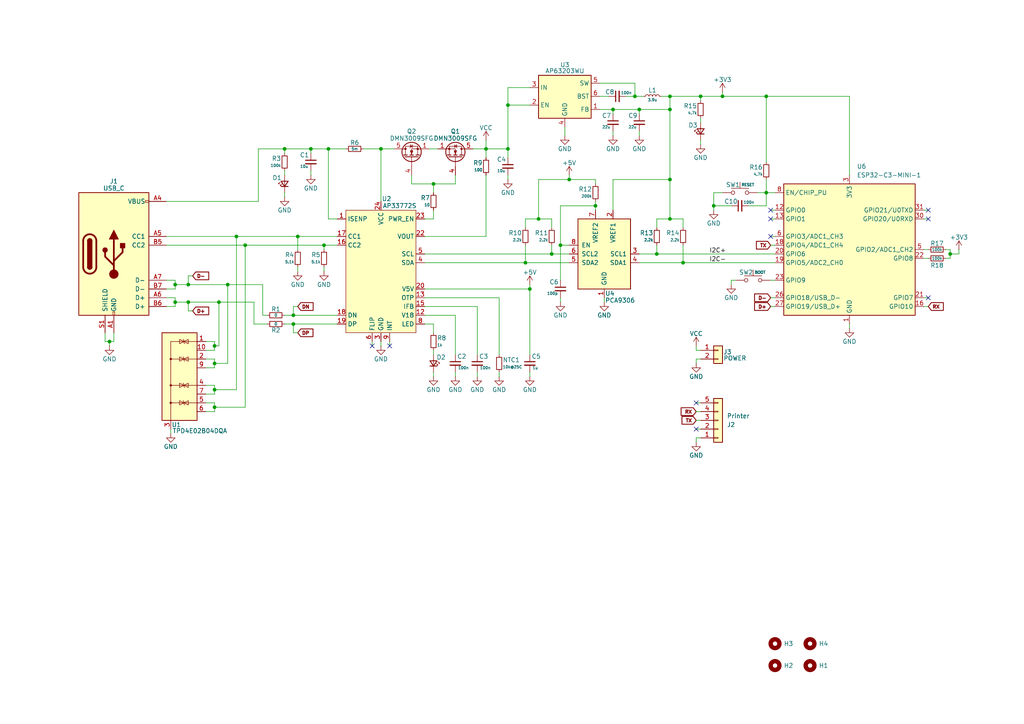
<source format=kicad_sch>
(kicad_sch (version 20250114) (generator "eeschema") (generator_version "9.0")
  (paper "A4")
  (title_block (title "PaperFlow"))
  (junction (at 153.67 83.82))
  (junction (at 275.59 73.66))
  (junction (at 68.58 68.58))
  (junction (at 71.12 71.12))
  (junction (at 177.8 31.75))
  (junction (at 160.02 73.66))
  (junction (at 86.36 68.58))
  (junction (at 222.25 27.94))
  (junction (at 50.8 82.55))
  (junction (at 66.04 82.55))
  (junction (at 63.5 87.63))
  (junction (at 184.15 27.94))
  (junction (at 140.97 43.18))
  (junction (at 190.5 73.66))
  (junction (at 31.75 99.06))
  (junction (at 152.4 76.2))
  (junction (at 165.1 52.07))
  (junction (at 222.25 55.88))
  (junction (at 194.31 31.75))
  (junction (at 50.8 87.63))
  (junction (at 62.23 100.33))
  (junction (at 82.55 43.18))
  (junction (at 95.25 43.18))
  (junction (at 110.49 43.18))
  (junction (at 203.2 27.94))
  (junction (at 147.32 43.18))
  (junction (at 125.73 53.34))
  (junction (at 62.23 118.11))
  (junction (at 194.31 52.07))
  (junction (at 209.55 27.94))
  (junction (at 207.01 59.69))
  (junction (at 93.98 71.12))
  (junction (at 156.21 63.5))
  (junction (at 85.09 93.98))
  (junction (at 54.61 87.63))
  (junction (at 172.72 59.69))
  (junction (at 162.56 71.12))
  (junction (at 62.23 105.41))
  (junction (at 185.42 31.75))
  (junction (at 85.09 91.44))
  (junction (at 54.61 82.55))
  (junction (at 62.23 113.03))
  (junction (at 90.17 43.18))
  (junction (at 194.31 63.5))
  (junction (at 198.12 76.2))
  (junction (at 147.32 30.48))
  (junction (at 194.31 27.94))
  (no_connect (at 201.93 116.84))
  (no_connect (at 269.24 63.5))
  (no_connect (at 201.93 124.46))
  (no_connect (at 113.03 100.33))
  (no_connect (at 269.24 86.36))
  (no_connect (at 269.24 60.96))
  (no_connect (at 223.52 68.58))
  (no_connect (at 223.52 63.5))
  (no_connect (at 223.52 60.96))
  (no_connect (at 107.95 100.33))
  (wire (pts (xy 107.95 99.06) (xy 107.95 100.33)))
  (wire (pts (xy 85.09 93.98) (xy 97.79 93.98)))
  (wire (pts (xy 177.8 31.75) (xy 177.8 33.02)))
  (wire (pts (xy 246.38 93.98) (xy 246.38 95.25)))
  (wire (pts (xy 90.17 43.18) (xy 90.17 44.45)))
  (wire (pts (xy 198.12 71.12) (xy 198.12 76.2)))
  (wire (pts (xy 124.46 43.18) (xy 127 43.18)))
  (wire (pts (xy 162.56 71.12) (xy 162.56 81.28)))
  (wire (pts (xy 110.49 43.18) (xy 110.49 58.42)))
  (wire (pts (xy 123.19 73.66) (xy 160.02 73.66)))
  (wire (pts (xy 222.25 27.94) (xy 222.25 46.99)))
  (wire (pts (xy 147.32 43.18) (xy 147.32 45.72)))
  (wire (pts (xy 156.21 52.07) (xy 156.21 63.5)))
  (wire (pts (xy 48.26 71.12) (xy 71.12 71.12)))
  (wire (pts (xy 177.8 38.1) (xy 177.8 39.37)))
  (wire (pts (xy 172.72 58.42) (xy 172.72 59.69)))
  (wire (pts (xy 62.23 106.68) (xy 62.23 105.41)))
  (wire (pts (xy 278.13 73.66) (xy 278.13 72.39)))
  (wire (pts (xy 66.04 82.55) (xy 76.2 82.55)))
  (wire (pts (xy 62.23 105.41) (xy 66.04 105.41)))
  (wire (pts (xy 152.4 63.5) (xy 156.21 63.5)))
  (wire (pts (xy 198.12 66.04) (xy 198.12 63.5)))
  (wire (pts (xy 207.01 59.69) (xy 207.01 60.96)))
  (wire (pts (xy 185.42 73.66) (xy 190.5 73.66)))
  (wire (pts (xy 50.8 87.63) (xy 54.61 87.63)))
  (wire (pts (xy 201.93 104.14) (xy 201.93 105.41)))
  (wire (pts (xy 86.36 88.9) (xy 85.09 88.9)))
  (wire (pts (xy 125.73 93.98) (xy 125.73 96.52)))
  (wire (pts (xy 140.97 43.18) (xy 140.97 45.72)))
  (wire (pts (xy 63.5 87.63) (xy 73.66 87.63)))
  (wire (pts (xy 275.59 73.66) (xy 275.59 72.39)))
  (wire (pts (xy 30.48 96.52) (xy 30.48 99.06)))
  (wire (pts (xy 62.23 119.38) (xy 62.23 118.11)))
  (wire (pts (xy 140.97 43.18) (xy 147.32 43.18)))
  (wire (pts (xy 30.48 99.06) (xy 31.75 99.06)))
  (wire (pts (xy 50.8 88.9) (xy 48.26 88.9)))
  (wire (pts (xy 85.09 93.98) (xy 85.09 96.52)))
  (wire (pts (xy 147.32 50.8) (xy 147.32 52.07)))
  (wire (pts (xy 185.42 31.75) (xy 185.42 33.02)))
  (wire (pts (xy 59.69 99.06) (xy 62.23 99.06)))
  (wire (pts (xy 132.08 102.87) (xy 132.08 91.44)))
  (wire (pts (xy 184.15 24.13) (xy 184.15 27.94)))
  (wire (pts (xy 77.47 91.44) (xy 76.2 91.44)))
  (wire (pts (xy 68.58 68.58) (xy 86.36 68.58)))
  (wire (pts (xy 203.2 34.29) (xy 203.2 35.56)))
  (wire (pts (xy 160.02 63.5) (xy 160.02 66.04)))
  (wire (pts (xy 123.19 88.9) (xy 138.43 88.9)))
  (wire (pts (xy 119.38 50.8) (xy 119.38 53.34)))
  (wire (pts (xy 125.73 53.34) (xy 125.73 55.88)))
  (wire (pts (xy 59.69 116.84) (xy 62.23 116.84)))
  (wire (pts (xy 172.72 52.07) (xy 172.72 53.34)))
  (wire (pts (xy 93.98 77.47) (xy 93.98 78.74)))
  (wire (pts (xy 95.25 43.18) (xy 95.25 63.5)))
  (wire (pts (xy 156.21 63.5) (xy 160.02 63.5)))
  (wire (pts (xy 153.67 102.87) (xy 153.67 83.82)))
  (wire (pts (xy 62.23 100.33) (xy 63.5 100.33)))
  (wire (pts (xy 162.56 86.36) (xy 162.56 87.63)))
  (wire (pts (xy 198.12 76.2) (xy 224.79 76.2)))
  (wire (pts (xy 201.93 119.38) (xy 203.2 119.38)))
  (wire (pts (xy 123.19 93.98) (xy 125.73 93.98)))
  (wire (pts (xy 223.52 68.58) (xy 224.79 68.58)))
  (wire (pts (xy 55.88 90.17) (xy 54.61 90.17)))
  (wire (pts (xy 223.52 86.36) (xy 224.79 86.36)))
  (wire (pts (xy 119.38 53.34) (xy 125.73 53.34)))
  (wire (pts (xy 137.16 43.18) (xy 140.97 43.18)))
  (wire (pts (xy 85.09 96.52) (xy 86.36 96.52)))
  (wire (pts (xy 59.69 104.14) (xy 62.23 104.14)))
  (wire (pts (xy 132.08 53.34) (xy 132.08 50.8)))
  (wire (pts (xy 222.25 59.69) (xy 222.25 55.88)))
  (wire (pts (xy 165.1 50.8) (xy 165.1 52.07)))
  (wire (pts (xy 223.52 71.12) (xy 224.79 71.12)))
  (wire (pts (xy 153.67 82.55) (xy 153.67 83.82)))
  (wire (pts (xy 152.4 71.12) (xy 152.4 76.2)))
  (wire (pts (xy 86.36 68.58) (xy 97.79 68.58)))
  (wire (pts (xy 125.73 63.5) (xy 123.19 63.5)))
  (wire (pts (xy 156.21 52.07) (xy 165.1 52.07)))
  (wire (pts (xy 50.8 82.55) (xy 50.8 83.82)))
  (wire (pts (xy 62.23 118.11) (xy 71.12 118.11)))
  (wire (pts (xy 203.2 27.94) (xy 203.2 29.21)))
  (wire (pts (xy 152.4 76.2) (xy 165.1 76.2)))
  (wire (pts (xy 49.53 124.46) (xy 49.53 125.73)))
  (wire (pts (xy 110.49 99.06) (xy 110.49 100.33)))
  (wire (pts (xy 59.69 101.6) (xy 62.23 101.6)))
  (wire (pts (xy 144.78 86.36) (xy 144.78 102.87)))
  (wire (pts (xy 219.71 55.88) (xy 222.25 55.88)))
  (wire (pts (xy 86.36 77.47) (xy 86.36 78.74)))
  (wire (pts (xy 76.2 91.44) (xy 76.2 82.55)))
  (wire (pts (xy 198.12 63.5) (xy 194.31 63.5)))
  (wire (pts (xy 125.73 60.96) (xy 125.73 63.5)))
  (wire (pts (xy 132.08 107.95) (xy 132.08 109.22)))
  (wire (pts (xy 48.26 81.28) (xy 50.8 81.28)))
  (wire (pts (xy 54.61 87.63) (xy 63.5 87.63)))
  (wire (pts (xy 138.43 88.9) (xy 138.43 102.87)))
  (wire (pts (xy 82.55 49.53) (xy 82.55 50.8)))
  (wire (pts (xy 82.55 43.18) (xy 82.55 44.45)))
  (wire (pts (xy 82.55 43.18) (xy 90.17 43.18)))
  (wire (pts (xy 223.52 63.5) (xy 224.79 63.5)))
  (wire (pts (xy 212.09 81.28) (xy 212.09 82.55)))
  (wire (pts (xy 86.36 68.58) (xy 86.36 72.39)))
  (wire (pts (xy 63.5 100.33) (xy 63.5 87.63)))
  (wire (pts (xy 177.8 31.75) (xy 185.42 31.75)))
  (wire (pts (xy 123.19 86.36) (xy 144.78 86.36)))
  (wire (pts (xy 194.31 27.94) (xy 194.31 31.75)))
  (wire (pts (xy 217.17 59.69) (xy 222.25 59.69)))
  (wire (pts (xy 194.31 63.5) (xy 190.5 63.5)))
  (wire (pts (xy 125.73 53.34) (xy 132.08 53.34)))
  (wire (pts (xy 123.19 76.2) (xy 152.4 76.2)))
  (wire (pts (xy 194.31 27.94) (xy 203.2 27.94)))
  (wire (pts (xy 194.31 31.75) (xy 194.31 52.07)))
  (wire (pts (xy 223.52 60.96) (xy 224.79 60.96)))
  (wire (pts (xy 207.01 55.88) (xy 209.55 55.88)))
  (wire (pts (xy 73.66 87.63) (xy 73.66 93.98)))
  (wire (pts (xy 33.02 96.52) (xy 33.02 99.06)))
  (wire (pts (xy 59.69 106.68) (xy 62.23 106.68)))
  (wire (pts (xy 201.93 116.84) (xy 203.2 116.84)))
  (wire (pts (xy 74.93 43.18) (xy 82.55 43.18)))
  (wire (pts (xy 62.23 100.33) (xy 62.23 99.06)))
  (wire (pts (xy 267.97 72.39) (xy 269.24 72.39)))
  (wire (pts (xy 175.26 86.36) (xy 175.26 87.63)))
  (wire (pts (xy 203.2 40.64) (xy 203.2 41.91)))
  (wire (pts (xy 62.23 113.03) (xy 62.23 111.76)))
  (wire (pts (xy 173.99 24.13) (xy 184.15 24.13)))
  (wire (pts (xy 50.8 82.55) (xy 54.61 82.55)))
  (wire (pts (xy 165.1 52.07) (xy 172.72 52.07)))
  (wire (pts (xy 90.17 49.53) (xy 90.17 50.8)))
  (wire (pts (xy 123.19 68.58) (xy 140.97 68.58)))
  (wire (pts (xy 62.23 118.11) (xy 62.23 116.84)))
  (wire (pts (xy 74.93 43.18) (xy 74.93 58.42)))
  (wire (pts (xy 144.78 107.95) (xy 144.78 109.22)))
  (wire (pts (xy 201.93 121.92) (xy 203.2 121.92)))
  (wire (pts (xy 185.42 31.75) (xy 194.31 31.75)))
  (wire (pts (xy 113.03 99.06) (xy 113.03 100.33)))
  (wire (pts (xy 163.83 36.83) (xy 163.83 39.37)))
  (wire (pts (xy 173.99 27.94) (xy 176.53 27.94)))
  (wire (pts (xy 209.55 27.94) (xy 222.25 27.94)))
  (wire (pts (xy 50.8 81.28) (xy 50.8 82.55)))
  (wire (pts (xy 54.61 80.01) (xy 54.61 82.55)))
  (wire (pts (xy 73.66 93.98) (xy 77.47 93.98)))
  (wire (pts (xy 160.02 71.12) (xy 160.02 73.66)))
  (wire (pts (xy 275.59 73.66) (xy 278.13 73.66)))
  (wire (pts (xy 31.75 99.06) (xy 31.75 100.33)))
  (wire (pts (xy 97.79 91.44) (xy 85.09 91.44)))
  (wire (pts (xy 85.09 91.44) (xy 82.55 91.44)))
  (wire (pts (xy 147.32 25.4) (xy 153.67 25.4)))
  (wire (pts (xy 165.1 73.66) (xy 160.02 73.66)))
  (wire (pts (xy 172.72 59.69) (xy 172.72 60.96)))
  (wire (pts (xy 62.23 101.6) (xy 62.23 100.33)))
  (wire (pts (xy 82.55 93.98) (xy 85.09 93.98)))
  (wire (pts (xy 82.55 55.88) (xy 82.55 57.15)))
  (wire (pts (xy 267.97 88.9) (xy 269.24 88.9)))
  (wire (pts (xy 54.61 82.55) (xy 66.04 82.55)))
  (wire (pts (xy 95.25 43.18) (xy 100.33 43.18)))
  (wire (pts (xy 153.67 83.82) (xy 123.19 83.82)))
  (wire (pts (xy 62.23 105.41) (xy 62.23 104.14)))
  (wire (pts (xy 85.09 88.9) (xy 85.09 91.44)))
  (wire (pts (xy 190.5 63.5) (xy 190.5 66.04)))
  (wire (pts (xy 274.32 72.39) (xy 275.59 72.39)))
  (wire (pts (xy 201.93 124.46) (xy 203.2 124.46)))
  (wire (pts (xy 62.23 113.03) (xy 68.58 113.03)))
  (wire (pts (xy 105.41 43.18) (xy 110.49 43.18)))
  (wire (pts (xy 203.2 101.6) (xy 201.93 101.6)))
  (wire (pts (xy 201.93 100.33) (xy 201.93 101.6)))
  (wire (pts (xy 48.26 86.36) (xy 50.8 86.36)))
  (wire (pts (xy 50.8 83.82) (xy 48.26 83.82)))
  (wire (pts (xy 59.69 119.38) (xy 62.23 119.38)))
  (wire (pts (xy 55.88 80.01) (xy 54.61 80.01)))
  (wire (pts (xy 138.43 107.95) (xy 138.43 109.22)))
  (wire (pts (xy 190.5 73.66) (xy 224.79 73.66)))
  (wire (pts (xy 147.32 30.48) (xy 147.32 25.4)))
  (wire (pts (xy 125.73 107.95) (xy 125.73 109.22)))
  (wire (pts (xy 203.2 27.94) (xy 209.55 27.94)))
  (wire (pts (xy 194.31 27.94) (xy 191.77 27.94)))
  (wire (pts (xy 132.08 91.44) (xy 123.19 91.44)))
  (wire (pts (xy 207.01 59.69) (xy 207.01 55.88)))
  (wire (pts (xy 54.61 90.17) (xy 54.61 87.63)))
  (wire (pts (xy 222.25 52.07) (xy 222.25 55.88)))
  (wire (pts (xy 222.25 55.88) (xy 224.79 55.88)))
  (wire (pts (xy 223.52 81.28) (xy 224.79 81.28)))
  (wire (pts (xy 212.09 59.69) (xy 207.01 59.69)))
  (wire (pts (xy 71.12 71.12) (xy 93.98 71.12)))
  (wire (pts (xy 90.17 43.18) (xy 95.25 43.18)))
  (wire (pts (xy 153.67 107.95) (xy 153.67 109.22)))
  (wire (pts (xy 223.52 88.9) (xy 224.79 88.9)))
  (wire (pts (xy 162.56 71.12) (xy 165.1 71.12)))
  (wire (pts (xy 184.15 27.94) (xy 186.69 27.94)))
  (wire (pts (xy 125.73 101.6) (xy 125.73 102.87)))
  (wire (pts (xy 152.4 66.04) (xy 152.4 63.5)))
  (wire (pts (xy 177.8 52.07) (xy 177.8 60.96)))
  (wire (pts (xy 275.59 74.93) (xy 275.59 73.66)))
  (wire (pts (xy 66.04 82.55) (xy 66.04 105.41)))
  (wire (pts (xy 50.8 87.63) (xy 50.8 88.9)))
  (wire (pts (xy 59.69 111.76) (xy 62.23 111.76)))
  (wire (pts (xy 222.25 27.94) (xy 246.38 27.94)))
  (wire (pts (xy 162.56 59.69) (xy 162.56 71.12)))
  (wire (pts (xy 50.8 86.36) (xy 50.8 87.63)))
  (wire (pts (xy 201.93 127) (xy 201.93 128.27)))
  (wire (pts (xy 190.5 71.12) (xy 190.5 73.66)))
  (wire (pts (xy 267.97 86.36) (xy 269.24 86.36)))
  (wire (pts (xy 71.12 71.12) (xy 71.12 118.11)))
  (wire (pts (xy 110.49 43.18) (xy 114.3 43.18)))
  (wire (pts (xy 267.97 63.5) (xy 269.24 63.5)))
  (wire (pts (xy 95.25 63.5) (xy 97.79 63.5)))
  (wire (pts (xy 267.97 74.93) (xy 269.24 74.93)))
  (wire (pts (xy 209.55 26.67) (xy 209.55 27.94)))
  (wire (pts (xy 62.23 114.3) (xy 62.23 113.03)))
  (wire (pts (xy 59.69 114.3) (xy 62.23 114.3)))
  (wire (pts (xy 140.97 50.8) (xy 140.97 68.58)))
  (wire (pts (xy 246.38 50.8) (xy 246.38 27.94)))
  (wire (pts (xy 68.58 68.58) (xy 68.58 113.03)))
  (wire (pts (xy 140.97 40.64) (xy 140.97 43.18)))
  (wire (pts (xy 48.26 58.42) (xy 74.93 58.42)))
  (wire (pts (xy 48.26 68.58) (xy 68.58 68.58)))
  (wire (pts (xy 274.32 74.93) (xy 275.59 74.93)))
  (wire (pts (xy 267.97 60.96) (xy 269.24 60.96)))
  (wire (pts (xy 93.98 71.12) (xy 97.79 71.12)))
  (wire (pts (xy 147.32 30.48) (xy 153.67 30.48)))
  (wire (pts (xy 203.2 104.14) (xy 201.93 104.14)))
  (wire (pts (xy 93.98 71.12) (xy 93.98 72.39)))
  (wire (pts (xy 147.32 30.48) (xy 147.32 43.18)))
  (wire (pts (xy 194.31 52.07) (xy 194.31 63.5)))
  (wire (pts (xy 172.72 59.69) (xy 162.56 59.69)))
  (wire (pts (xy 185.42 76.2) (xy 198.12 76.2)))
  (wire (pts (xy 185.42 38.1) (xy 185.42 39.37)))
  (wire (pts (xy 173.99 31.75) (xy 177.8 31.75)))
  (wire (pts (xy 213.36 81.28) (xy 212.09 81.28)))
  (wire (pts (xy 31.75 99.06) (xy 33.02 99.06)))
  (wire (pts (xy 194.31 52.07) (xy 177.8 52.07)))
  (wire (pts (xy 181.61 27.94) (xy 184.15 27.94)))
  (wire (pts (xy 203.2 127) (xy 201.93 127)))
  (label "I2C+" (at 205.74 73.66 0))
  (label "I2C-" (at 205.74 76.2 0))
  (global_label "RX" (shape input) (at 201.93 119.38 180) (effects (font (size 1 1) (thickness 0.254) (bold yes))) (property "Intersheetrefs" "${INTERSHEET_REFS}" (effects (hide yes))))
  (global_label "TX" (shape input) (at 201.93 121.92 180) (effects (font (size 1 1) (thickness 0.254) (bold yes))) (property "Intersheetrefs" "${INTERSHEET_REFS}" (effects (hide yes))))
  (global_label "D+" (shape input) (at 55.88 90.17 0) (effects (font (size 1 1) (thickness 0.254) (bold yes))) (property "Intersheetrefs" "${INTERSHEET_REFS}" (effects (hide yes))))
  (global_label "DP" (shape input) (at 86.36 96.52 0) (effects (font (size 1 1) (thickness 0.254) (bold yes))) (property "Intersheetrefs" "${INTERSHEET_REFS}" (effects (hide yes))))
  (global_label "RX" (shape input) (at 269.24 88.9 0) (effects (font (size 1 1) (thickness 0.254) (bold yes))) (property "Intersheetrefs" "${INTERSHEET_REFS}" (effects (hide yes))))
  (global_label "D+" (shape input) (at 223.52 88.9 180) (effects (font (size 1 1) (thickness 0.254) (bold yes))) (property "Intersheetrefs" "${INTERSHEET_REFS}" (effects (hide yes))))
  (global_label "DN" (shape input) (at 86.36 88.9 0) (effects (font (size 1 1) (thickness 0.254) (bold yes))) (property "Intersheetrefs" "${INTERSHEET_REFS}" (effects (hide yes))))
  (global_label "D-" (shape input) (at 55.88 80.01 0) (effects (font (size 1 1) (thickness 0.254) (bold yes))) (property "Intersheetrefs" "${INTERSHEET_REFS}" (effects (hide yes))))
  (global_label "TX" (shape input) (at 223.52 71.12 180) (effects (font (size 1 1) (thickness 0.254) (bold yes))) (property "Intersheetrefs" "${INTERSHEET_REFS}" (effects (hide yes))))
  (global_label "D-" (shape input) (at 223.52 86.36 180) (effects (font (size 1 1) (thickness 0.254) (bold yes))) (property "Intersheetrefs" "${INTERSHEET_REFS}" (effects (hide yes))))
  (symbol (lib_id "Transistor_FET:DMN3008SFG") (at 119.38 45.72 90) (unit 1)
    (property "Reference" "Q2" (at 119.38 38.1 90))
    (property "Value" "DMN3009SFG" (at 119.38 40.132 90))
    (property "Footprint" "Package_SON:Diodes_PowerDI3333-8" (effects (hide yes)))
    (property "Datasheet" "https://www.diodes.com/assets/Datasheets/DMN3008SFG.pdf" (effects (hide yes)))
    (property "Description" "17.6A Id, 30V Vds, N-Channel Power MOSFET, 4.4mOhm Ron, 86nC Qg (typ), PowerDI3333-8" (effects (hide yes)))
  )
  (symbol (lib_id "Connector_Generic:Conn_01x05") (at 208.28 121.92 0) (mirror x) (unit 1)
    (property "Reference" "J2" (at 210.82 123.1901 0) (effects (justify left)))
    (property "Value" "Printer" (at 210.82 120.6501 0) (effects (justify left)))
    (property "Footprint" "Connector_JST:JST_PH_B5B-PH-K_1x05_P2.00mm_Vertical" (effects (hide yes)))
    (property "Description" "Generic connector, single row, 01x05, script generated (kicad-library-utils/schlib/autogen/connector/)" (effects (hide yes)))
  )
  (symbol (lib_id "Interface:PCA9306") (at 175.26 73.66 0) (mirror y) (unit 1)
    (property "Reference" "U4" (at 175.514 85.09 0) (effects (justify right)))
    (property "Value" "PCA9306" (at 175.514 87.122 0) (effects (justify right)))
    (property "Footprint" "Package_SO:TSSOP-8_3x3mm_P0.65mm" (effects (hide yes)))
    (property "Datasheet" "http://www.ti.com/lit/ds/symlink/pca9306.pdf" (effects (hide yes)))
    (property "Description" "Dual bidirectional I2C Bus and SMBus voltage level translator" (effects (hide yes)))
  )
  (symbol (lib_id "power:GND") (at 201.93 105.41 0) (mirror y) (unit 1)
    (property "Reference" "#PWR029" (effects (hide yes)))
    (property "Value" "GND" (at 201.93 109.22 0))
    (property "Description" "Power symbol creates a global label with name \"GND\" , ground" (effects (hide yes)))
  )
  (symbol (lib_id "Transistor_FET:DMN3008SFG") (at 132.08 45.72 270) (mirror x) (unit 1)
    (property "Reference" "Q1" (at 132.08 38.1 90))
    (property "Value" "DMN3009SFG" (at 132.08 40.132 90))
    (property "Footprint" "Package_SON:Diodes_PowerDI3333-8" (effects (hide yes)))
    (property "Datasheet" "https://www.diodes.com/assets/Datasheets/DMN3008SFG.pdf" (effects (hide yes)))
    (property "Description" "17.6A Id, 30V Vds, N-Channel Power MOSFET, 4.4mOhm Ron, 86nC Qg (typ), PowerDI3333-8" (effects (hide yes)))
  )
  (symbol (lib_id "power:+5V") (at 165.1 50.8 0) (mirror y) (unit 1)
    (property "Reference" "#PWR017" (effects (hide yes)))
    (property "Value" "+5V" (at 165.1 47.244 0))
    (property "Description" "Power symbol creates a global label with name \"+5V\"" (effects (hide yes)))
  )
  (symbol (lib_id "Device:R_Small") (at 125.73 99.06 0) (unit 1)
    (property "Reference" "R8" (at 126.746 98.044 0) (effects (justify left)))
    (property "Value" "1k" (at 126.746 100.076 0) (effects (font (size 0.8 0.8)) (justify left)))
    (property "Footprint" "Resistor_SMD:R_0402_1005Metric" (effects (hide yes)))
    (property "Description" "Resistor, small symbol" (effects (hide yes)))
  )
  (symbol (lib_id "power:GND") (at 203.2 41.91 0) (mirror y) (unit 1)
    (property "Reference" "#PWR022" (effects (hide yes)))
    (property "Value" "GND" (at 203.2 45.72 0))
    (property "Description" "Power symbol creates a global label with name \"GND\" , ground" (effects (hide yes)))
  )
  (symbol (lib_id "power:GND") (at 246.38 95.25 0) (mirror y) (unit 1)
    (property "Reference" "#PWR024" (effects (hide yes)))
    (property "Value" "GND" (at 246.38 99.06 0))
    (property "Description" "Power symbol creates a global label with name \"GND\" , ground" (effects (hide yes)))
  )
  (symbol (lib_id "power:VCC") (at 201.93 100.33 0) (unit 1)
    (property "Reference" "#PWR030" (effects (hide yes)))
    (property "Value" "VCC" (at 201.93 96.774 0))
    (property "Description" "Power symbol creates a global label with name \"VCC\"" (effects (hide yes)))
  )
  (symbol (lib_id "Mechanical:MountingHole") (at 224.79 193.04 0) (unit 1) (exclude_from_sim yes) (in_bom no)
    (property "Reference" "H2" (at 227.33 193.0399 0) (effects (justify left)))
    (property "Value" "MountingHole" (effects (hide yes)))
    (property "Footprint" "MountingHole:MountingHole_2.2mm_M2_Pad_TopBottom" (effects (hide yes)))
    (property "Description" "Mounting Hole without connection" (effects (hide yes)))
  )
  (symbol (lib_id "Device:R_Small") (at 172.72 55.88 0) (mirror y) (unit 1)
    (property "Reference" "R12" (at 171.704 54.864 0) (effects (justify left)))
    (property "Value" "200k" (at 171.704 56.896 0) (effects (font (size 0.8 0.8)) (justify left)))
    (property "Footprint" "Resistor_SMD:R_0402_1005Metric" (effects (hide yes)))
    (property "Description" "Resistor, small symbol" (effects (hide yes)))
  )
  (symbol (lib_id "power:GND") (at 162.56 87.63 0) (mirror y) (unit 1)
    (property "Reference" "#PWR015" (effects (hide yes)))
    (property "Value" "GND" (at 162.56 91.44 0))
    (property "Description" "Power symbol creates a global label with name \"GND\" , ground" (effects (hide yes)))
  )
  (symbol (lib_id "Mechanical:MountingHole") (at 234.95 193.04 0) (unit 1) (exclude_from_sim yes) (in_bom no)
    (property "Reference" "H1" (at 237.49 193.0399 0) (effects (justify left)))
    (property "Value" "MountingHole" (effects (hide yes)))
    (property "Footprint" "MountingHole:MountingHole_2.2mm_M2_Pad_TopBottom" (effects (hide yes)))
    (property "Description" "Mounting Hole without connection" (effects (hide yes)))
  )
  (symbol (lib_id "power:GND") (at 82.55 57.15 0) (mirror y) (unit 1)
    (property "Reference" "#PWR03" (effects (hide yes)))
    (property "Value" "GND" (at 82.55 60.96 0))
    (property "Description" "Power symbol creates a global label with name \"GND\" , ground" (effects (hide yes)))
  )
  (symbol (lib_id "Device:R_Small") (at 125.73 58.42 0) (mirror y) (unit 1)
    (property "Reference" "R7" (at 124.714 57.404 0) (effects (justify left)))
    (property "Value" "10" (at 124.714 59.436 0) (effects (font (size 0.8 0.8)) (justify left)))
    (property "Footprint" "Resistor_SMD:R_0402_1005Metric" (effects (hide yes)))
    (property "Description" "Resistor, small symbol" (effects (hide yes)))
  )
  (symbol (lib_id "Device:R_Small") (at 160.02 68.58 0) (mirror y) (unit 1)
    (property "Reference" "R11" (at 159.004 67.564 0) (effects (justify left)))
    (property "Value" "2.2k" (at 159.004 69.596 0) (effects (font (size 0.8 0.8)) (justify left)))
    (property "Footprint" "Resistor_SMD:R_0402_1005Metric" (effects (hide yes)))
    (property "Description" "Resistor, small symbol" (effects (hide yes)))
  )
  (symbol (lib_id "power:GND") (at 110.49 100.33 0) (unit 1)
    (property "Reference" "#PWR07" (effects (hide yes)))
    (property "Value" "GND" (at 110.49 104.14 0))
    (property "Description" "Power symbol creates a global label with name \"GND\" , ground" (effects (hide yes)))
  )
  (symbol (lib_id "power:GND") (at 144.78 109.22 0) (unit 1)
    (property "Reference" "#PWR011" (effects (hide yes)))
    (property "Value" "GND" (at 144.78 113.03 0))
    (property "Description" "Power symbol creates a global label with name \"GND\" , ground" (effects (hide yes)))
  )
  (symbol (lib_id "Device:C_Small") (at 214.63 59.69 90) (unit 1)
    (property "Reference" "C10" (at 210.058 58.42 90) (effects (justify right)))
    (property "Value" "100n" (at 215.646 58.674 90) (effects (font (size 0.8 0.8)) (justify right)))
    (property "Footprint" "Capacitor_SMD:C_0402_1005Metric" (effects (hide yes)))
    (property "Description" "Unpolarized capacitor, small symbol" (effects (hide yes)))
  )
  (symbol (lib_id "power:GND") (at 86.36 78.74 0) (mirror y) (unit 1)
    (property "Reference" "#PWR04" (effects (hide yes)))
    (property "Value" "GND" (at 86.36 82.55 0))
    (property "Description" "Power symbol creates a global label with name \"GND\" , ground" (effects (hide yes)))
  )
  (symbol (lib_id "power:GND") (at 153.67 109.22 0) (unit 1)
    (property "Reference" "#PWR014" (effects (hide yes)))
    (property "Value" "GND" (at 153.67 113.03 0))
    (property "Description" "Power symbol creates a global label with name \"GND\" , ground" (effects (hide yes)))
  )
  (symbol (lib_id "power:GND") (at 132.08 109.22 0) (unit 1)
    (property "Reference" "#PWR09" (effects (hide yes)))
    (property "Value" "GND" (at 132.08 113.03 0))
    (property "Description" "Power symbol creates a global label with name \"GND\" , ground" (effects (hide yes)))
  )
  (symbol (lib_id "power:+3V3") (at 278.13 72.39 0) (mirror y) (unit 1)
    (property "Reference" "#PWR027" (effects (hide yes)))
    (property "Value" "+3V3" (at 278.13 68.834 0))
    (property "Description" "Power symbol creates a global label with name \"+3V3\"" (effects (hide yes)))
  )
  (symbol (lib_id "Device:R_Small") (at 80.01 91.44 90) (mirror x) (unit 1)
    (property "Reference" "R1" (at 80.01 89.662 90))
    (property "Value" "0" (at 80.01 91.44 90) (effects (font (size 0.8 0.8))))
    (property "Footprint" "Resistor_SMD:R_0402_1005Metric" (effects (hide yes)))
    (property "Description" "Resistor, small symbol" (effects (hide yes)))
  )
  (symbol (lib_id "Connector_Generic:Conn_01x02") (at 208.28 101.6 0) (unit 1)
    (property "Reference" "J3" (at 209.804 102.108 0) (effects (justify left)))
    (property "Value" "POWER" (at 209.804 103.886 0) (effects (justify left)))
    (property "Footprint" "TerminalBlock:TerminalBlock_bornier-2_P5.08mm" (effects (hide yes)))
    (property "Description" "Generic connector, single row, 01x02, script generated (kicad-library-utils/schlib/autogen/connector/)" (effects (hide yes)))
  )
  (symbol (lib_id "Connector:USB_C_Receptacle_USB2.0_14P") (at 33.02 73.66 0) (unit 1)
    (property "Reference" "J1" (at 33.02 52.578 0))
    (property "Value" "USB_C" (at 33.02 54.61 0))
    (property "Footprint" "Connector_USB:USB_C_Receptacle_JAE_DX07S016JA1R1500" (effects (hide yes)))
    (property "Datasheet" "https://www.usb.org/sites/default/files/documents/usb_type-c.zip" (effects (hide yes)))
    (property "Description" "USB 2.0-only 14P Type-C Receptacle connector" (effects (hide yes)))
  )
  (symbol (lib_id "Mechanical:MountingHole") (at 234.95 186.69 0) (unit 1) (exclude_from_sim yes) (in_bom no)
    (property "Reference" "H4" (at 237.49 186.6899 0) (effects (justify left)))
    (property "Value" "MountingHole" (effects (hide yes)))
    (property "Footprint" "MountingHole:MountingHole_2.2mm_M2_Pad_TopBottom" (effects (hide yes)))
    (property "Description" "Mounting Hole without connection" (effects (hide yes)))
  )
  (symbol (lib_id "Device:LED_Small") (at 203.2 38.1 90) (unit 1)
    (property "Reference" "D3" (at 199.644 36.322 90) (effects (justify right)))
    (property "Value" "LED_Small" (effects (hide yes)))
    (property "Footprint" "LED_SMD:LED_0402_1005Metric" (effects (hide yes)))
    (property "Description" "Light emitting diode, small symbol" (effects (hide yes)))
  )
  (symbol (lib_id "Device:R_Small") (at 140.97 48.26 0) (mirror y) (unit 1)
    (property "Reference" "R9" (at 139.954 47.244 0) (effects (justify left)))
    (property "Value" "100" (at 139.954 49.276 0) (effects (font (size 0.8 0.8)) (justify left)))
    (property "Footprint" "Resistor_SMD:R_0402_1005Metric" (effects (hide yes)))
    (property "Description" "Resistor, small symbol" (effects (hide yes)))
  )
  (symbol (lib_id "Device:R_Small") (at 93.98 74.93 0) (mirror y) (unit 1)
    (property "Reference" "R5" (at 92.964 73.914 0) (effects (justify left)))
    (property "Value" "5.1k" (at 92.964 75.946 0) (effects (font (size 0.8 0.8)) (justify left)))
    (property "Footprint" "Resistor_SMD:R_0402_1005Metric" (effects (hide yes)))
    (property "Description" "Resistor, small symbol" (effects (hide yes)))
  )
  (symbol (lib_id "Device:C_Small") (at 162.56 83.82 0) (unit 1)
    (property "Reference" "C6" (at 162.052 81.788 0) (effects (justify right)))
    (property "Value" "100p" (at 161.798 85.09 0) (effects (font (size 0.8 0.8)) (justify right)))
    (property "Footprint" "Capacitor_SMD:C_0402_1005Metric" (effects (hide yes)))
    (property "Description" "Unpolarized capacitor, small symbol" (effects (hide yes)))
  )
  (symbol (lib_id "power:VCC") (at 140.97 40.64 0) (unit 1)
    (property "Reference" "#PWR025" (effects (hide yes)))
    (property "Value" "VCC" (at 140.97 37.084 0))
    (property "Description" "Power symbol creates a global label with name \"VCC\"" (effects (hide yes)))
  )
  (symbol (lib_id "Mechanical:MountingHole") (at 224.79 186.69 0) (unit 1) (exclude_from_sim yes) (in_bom no)
    (property "Reference" "H3" (at 227.33 186.6899 0) (effects (justify left)))
    (property "Value" "MountingHole" (effects (hide yes)))
    (property "Footprint" "MountingHole:MountingHole_2.2mm_M2_Pad_TopBottom" (effects (hide yes)))
    (property "Description" "Mounting Hole without connection" (effects (hide yes)))
  )
  (symbol (lib_id "power:+5V") (at 153.67 82.55 0) (mirror y) (unit 1)
    (property "Reference" "#PWR013" (effects (hide yes)))
    (property "Value" "+5V" (at 153.67 78.994 0))
    (property "Description" "Power symbol creates a global label with name \"+5V\"" (effects (hide yes)))
  )
  (symbol (lib_id "Device:LED_Small") (at 82.55 53.34 90) (unit 1)
    (property "Reference" "D1" (at 78.994 51.562 90) (effects (justify right)))
    (property "Value" "LED_Small" (effects (hide yes)))
    (property "Footprint" "LED_SMD:LED_0402_1005Metric" (effects (hide yes)))
    (property "Description" "Light emitting diode, small symbol" (effects (hide yes)))
  )
  (symbol (lib_id "Switch:SW_Push") (at 218.44 81.28 0) (unit 1)
    (property "Reference" "SW2" (at 218.44 78.994 0) (effects (justify right)))
    (property "Value" "BOOT" (at 218.694 78.994 0) (effects (font (size 0.8 0.8) (thickness 0.2) (bold yes)) (justify left)))
    (property "Footprint" "Button_Switch_SMD:SW_Push_1P1T_NO_CK_KMR2" (effects (hide yes)))
    (property "Description" "Push button switch, generic, two pins" (effects (hide yes)))
  )
  (symbol (lib_id "power:GND") (at 207.01 60.96 0) (mirror y) (unit 1)
    (property "Reference" "#PWR023" (effects (hide yes)))
    (property "Value" "GND" (at 207.01 64.77 0))
    (property "Description" "Power symbol creates a global label with name \"GND\" , ground" (effects (hide yes)))
  )
  (symbol (lib_id "power:GND") (at 185.42 39.37 0) (mirror y) (unit 1)
    (property "Reference" "#PWR020" (effects (hide yes)))
    (property "Value" "GND" (at 185.42 43.18 0))
    (property "Description" "Power symbol creates a global label with name \"GND\" , ground" (effects (hide yes)))
  )
  (symbol (lib_id "Device:R_Small") (at 82.55 46.99 0) (mirror y) (unit 1)
    (property "Reference" "R3" (at 81.534 45.974 0) (effects (justify left)))
    (property "Value" "100k" (at 81.534 48.006 0) (effects (font (size 0.8 0.8)) (justify left)))
    (property "Footprint" "Resistor_SMD:R_0402_1005Metric" (effects (hide yes)))
    (property "Description" "Resistor, small symbol" (effects (hide yes)))
  )
  (symbol (lib_id "Device:C_Small") (at 179.07 27.94 90) (unit 1)
    (property "Reference" "C8" (at 175.514 26.67 90) (effects (justify right)))
    (property "Value" "100n" (at 180.086 26.924 90) (effects (font (size 0.8 0.8)) (justify right)))
    (property "Footprint" "Capacitor_SMD:C_0402_1005Metric" (effects (hide yes)))
    (property "Description" "Unpolarized capacitor, small symbol" (effects (hide yes)))
  )
  (symbol (lib_id "power:GND") (at 93.98 78.74 0) (mirror y) (unit 1)
    (property "Reference" "#PWR06" (effects (hide yes)))
    (property "Value" "GND" (at 93.98 82.55 0))
    (property "Description" "Power symbol creates a global label with name \"GND\" , ground" (effects (hide yes)))
  )
  (symbol (lib_id "power:GND") (at 212.09 82.55 0) (mirror y) (unit 1)
    (property "Reference" "#PWR026" (effects (hide yes)))
    (property "Value" "GND" (at 212.09 86.36 0))
    (property "Description" "Power symbol creates a global label with name \"GND\" , ground" (effects (hide yes)))
  )
  (symbol (lib_id "power:GND") (at 163.83 39.37 0) (mirror y) (unit 1)
    (property "Reference" "#PWR016" (effects (hide yes)))
    (property "Value" "GND" (at 163.83 43.18 0))
    (property "Description" "Power symbol creates a global label with name \"GND\" , ground" (effects (hide yes)))
  )
  (symbol (lib_id "AP33772S:AP33772S") (at 110.49 78.74 0) (unit 1)
    (property "Reference" "U2" (at 110.744 57.658 0) (effects (justify left)))
    (property "Value" "AP33772S" (at 110.998 59.69 0) (effects (justify left)))
    (property "Footprint" "Package_DFN_QFN:WQFN-24-1EP_4x4mm_P0.5mm_EP2.6x2.6mm_ThermalVias" (effects (hide yes)))
  )
  (symbol (lib_id "Device:R_Small") (at 80.01 93.98 90) (mirror x) (unit 1)
    (property "Reference" "R2" (at 80.01 95.758 90))
    (property "Value" "0" (at 80.01 93.98 90) (effects (font (size 0.8 0.8))))
    (property "Footprint" "Resistor_SMD:R_0402_1005Metric" (effects (hide yes)))
    (property "Description" "Resistor, small symbol" (effects (hide yes)))
  )
  (symbol (lib_id "power:GND") (at 147.32 52.07 0) (mirror y) (unit 1)
    (property "Reference" "#PWR012" (effects (hide yes)))
    (property "Value" "GND" (at 147.32 55.88 0))
    (property "Description" "Power symbol creates a global label with name \"GND\" , ground" (effects (hide yes)))
  )
  (symbol (lib_id "Device:C_Small") (at 147.32 48.26 0) (unit 1)
    (property "Reference" "C4" (at 146.812 46.228 0) (effects (justify right)))
    (property "Value" "10u" (at 146.558 49.53 0) (effects (font (size 0.8 0.8)) (justify right)))
    (property "Footprint" "Capacitor_SMD:C_0805_2012Metric" (effects (hide yes)))
    (property "Description" "Unpolarized capacitor, small symbol" (effects (hide yes)))
  )
  (symbol (lib_id "power:+3V3") (at 209.55 26.67 0) (mirror y) (unit 1)
    (property "Reference" "#PWR021" (effects (hide yes)))
    (property "Value" "+3V3" (at 209.55 23.114 0))
    (property "Description" "Power symbol creates a global label with name \"+3V3\"" (effects (hide yes)))
  )
  (symbol (lib_id "power:GND") (at 201.93 128.27 0) (mirror y) (unit 1)
    (property "Reference" "#PWR033" (effects (hide yes)))
    (property "Value" "GND" (at 201.93 132.08 0))
    (property "Description" "Power symbol creates a global label with name \"GND\" , ground" (effects (hide yes)))
  )
  (symbol (lib_id "power:GND") (at 125.73 109.22 0) (unit 1)
    (property "Reference" "#PWR08" (effects (hide yes)))
    (property "Value" "GND" (at 125.73 113.03 0))
    (property "Description" "Power symbol creates a global label with name \"GND\" , ground" (effects (hide yes)))
  )
  (symbol (lib_id "power:GND") (at 90.17 50.8 0) (mirror y) (unit 1)
    (property "Reference" "#PWR05" (effects (hide yes)))
    (property "Value" "GND" (at 90.17 54.61 0))
    (property "Description" "Power symbol creates a global label with name \"GND\" , ground" (effects (hide yes)))
  )
  (symbol (lib_id "power:GND") (at 177.8 39.37 0) (mirror y) (unit 1)
    (property "Reference" "#PWR019" (effects (hide yes)))
    (property "Value" "GND" (at 177.8 43.18 0))
    (property "Description" "Power symbol creates a global label with name \"GND\" , ground" (effects (hide yes)))
  )
  (symbol (lib_id "Device:C_Small") (at 138.43 105.41 0) (mirror y) (unit 1)
    (property "Reference" "C3" (at 138.938 103.378 0) (effects (justify right)))
    (property "Value" "100n" (at 139.192 106.68 0) (effects (font (size 0.8 0.8)) (justify right)))
    (property "Footprint" "Capacitor_SMD:C_0402_1005Metric" (effects (hide yes)))
    (property "Description" "Unpolarized capacitor, small symbol" (effects (hide yes)))
  )
  (symbol (lib_id "Device:C_Small") (at 153.67 105.41 0) (mirror y) (unit 1)
    (property "Reference" "C5" (at 154.178 103.378 0) (effects (justify right)))
    (property "Value" "1u" (at 154.432 106.68 0) (effects (font (size 0.8 0.8)) (justify right)))
    (property "Footprint" "Capacitor_SMD:C_0402_1005Metric" (effects (hide yes)))
    (property "Description" "Unpolarized capacitor, small symbol" (effects (hide yes)))
  )
  (symbol (lib_id "Device:C_Small") (at 177.8 35.56 0) (unit 1)
    (property "Reference" "C7" (at 177.292 33.528 0) (effects (justify right)))
    (property "Value" "22u" (at 177.038 36.83 0) (effects (font (size 0.8 0.8)) (justify right)))
    (property "Footprint" "Capacitor_SMD:C_0805_2012Metric" (effects (hide yes)))
    (property "Description" "Unpolarized capacitor, small symbol" (effects (hide yes)))
  )
  (symbol (lib_id "Device:R_Small") (at 144.78 105.41 0) (unit 1)
    (property "Reference" "NTC1" (at 145.796 104.394 0) (effects (justify left)))
    (property "Value" "10k@25C" (at 145.796 106.426 0) (effects (font (size 0.8 0.8)) (justify left)))
    (property "Footprint" "Resistor_SMD:R_0402_1005Metric" (effects (hide yes)))
    (property "Description" "Resistor, small symbol" (effects (hide yes)))
  )
  (symbol (lib_id "power:GND") (at 31.75 100.33 0) (mirror y) (unit 1)
    (property "Reference" "#PWR01" (effects (hide yes)))
    (property "Value" "GND" (at 31.75 104.14 0))
    (property "Description" "Power symbol creates a global label with name \"GND\" , ground" (effects (hide yes)))
  )
  (symbol (lib_id "power:GND") (at 175.26 87.63 0) (mirror y) (unit 1)
    (property "Reference" "#PWR018" (effects (hide yes)))
    (property "Value" "GND" (at 175.26 91.44 0))
    (property "Description" "Power symbol creates a global label with name \"GND\" , ground" (effects (hide yes)))
  )
  (symbol (lib_id "Device:R_Small") (at 102.87 43.18 90) (mirror x) (unit 1)
    (property "Reference" "R6" (at 102.87 41.402 90))
    (property "Value" "5m" (at 102.87 43.18 90) (effects (font (size 0.8 0.8))))
    (property "Footprint" "Resistor_SMD:R_1206_3216Metric" (effects (hide yes)))
    (property "Description" "Resistor, small symbol" (effects (hide yes)))
  )
  (symbol (lib_id "power:GND") (at 138.43 109.22 0) (unit 1)
    (property "Reference" "#PWR010" (effects (hide yes)))
    (property "Value" "GND" (at 138.43 113.03 0))
    (property "Description" "Power symbol creates a global label with name \"GND\" , ground" (effects (hide yes)))
  )
  (symbol (lib_id "espressif:ESP32-C3-MINI-1") (at 246.38 78.74 0) (unit 1)
    (property "Reference" "U6" (at 248.5233 48.26 0) (effects (justify left)))
    (property "Value" "ESP32-C3-MINI-1" (at 248.5233 50.8 0) (effects (justify left)))
    (property "Footprint" "ESPRESSIF:ESP32-C3-MINI-1" (effects (hide yes)))
    (property "Datasheet" "https://www.espressif.com/sites/default/files/documentation/esp32-c3-mini-1_datasheet_en.pdf" (effects (hide yes)))
    (property "Description" "ESP32-C3-MINI-1 family is an ultra-low-power MCU-based SoC solution that supports 2.4 GHz Wi-Fi and Bluetooth®Low Energy (Bluetooth LE)." (effects (hide yes)))
  )
  (symbol (lib_id "Regulator_Switching:AP63203WU") (at 163.83 27.94 0) (unit 1)
    (property "Reference" "U3" (at 163.83 18.796 0))
    (property "Value" "AP63203WU" (at 163.83 20.574 0))
    (property "Footprint" "Package_TO_SOT_SMD:TSOT-23-6" (effects (hide yes)))
    (property "Datasheet" "https://www.diodes.com/assets/Datasheets/AP63200-AP63201-AP63203-AP63205.pdf" (effects (hide yes)))
    (property "Description" "2A, 1.1MHz Buck DC/DC Converter, fixed 3.3V output voltage, TSOT-23-6" (effects (hide yes)))
  )
  (symbol (lib_id "Device:C_Small") (at 90.17 46.99 0) (unit 1)
    (property "Reference" "C1" (at 89.662 44.958 0) (effects (justify right)))
    (property "Value" "10u" (at 89.408 48.26 0) (effects (font (size 0.8 0.8)) (justify right)))
    (property "Footprint" "Capacitor_SMD:C_0805_2012Metric" (effects (hide yes)))
    (property "Description" "Unpolarized capacitor, small symbol" (effects (hide yes)))
  )
  (symbol (lib_id "Device:R_Small") (at 198.12 68.58 0) (mirror y) (unit 1)
    (property "Reference" "R14" (at 197.104 67.564 0) (effects (justify left)))
    (property "Value" "2.2k" (at 197.104 69.596 0) (effects (font (size 0.8 0.8)) (justify left)))
    (property "Footprint" "Resistor_SMD:R_0402_1005Metric" (effects (hide yes)))
    (property "Description" "Resistor, small symbol" (effects (hide yes)))
  )
  (symbol (lib_id "Device:R_Small") (at 152.4 68.58 0) (mirror y) (unit 1)
    (property "Reference" "R10" (at 151.384 67.564 0) (effects (justify left)))
    (property "Value" "2.2k" (at 151.384 69.596 0) (effects (font (size 0.8 0.8)) (justify left)))
    (property "Footprint" "Resistor_SMD:R_0402_1005Metric" (effects (hide yes)))
    (property "Description" "Resistor, small symbol" (effects (hide yes)))
  )
  (symbol (lib_id "Device:R_Small") (at 271.78 72.39 90) (mirror x) (unit 1)
    (property "Reference" "R17" (at 271.78 70.612 90))
    (property "Value" "100k" (at 271.78 72.39 90) (effects (font (size 0.8 0.8))))
    (property "Footprint" "Resistor_SMD:R_0402_1005Metric" (effects (hide yes)))
    (property "Description" "Resistor, small symbol" (effects (hide yes)))
  )
  (symbol (lib_id "Switch:SW_Push") (at 214.63 55.88 0) (unit 1)
    (property "Reference" "SW1" (at 214.63 53.594 0) (effects (justify right)))
    (property "Value" "RESET" (at 214.884 53.594 0) (effects (font (size 0.8 0.8) (thickness 0.2) (bold yes)) (justify left)))
    (property "Footprint" "Button_Switch_SMD:SW_Push_1P1T_NO_CK_KMR2" (effects (hide yes)))
    (property "Description" "Push button switch, generic, two pins" (effects (hide yes)))
  )
  (symbol (lib_id "Device:C_Small") (at 132.08 105.41 0) (mirror y) (unit 1)
    (property "Reference" "C2" (at 132.588 103.378 0) (effects (justify right)))
    (property "Value" "100n" (at 132.842 106.68 0) (effects (font (size 0.8 0.8)) (justify right)))
    (property "Footprint" "Capacitor_SMD:C_0402_1005Metric" (effects (hide yes)))
    (property "Description" "Unpolarized capacitor, small symbol" (effects (hide yes)))
  )
  (symbol (lib_id "power:GND") (at 49.53 125.73 0) (mirror y) (unit 1)
    (property "Reference" "#PWR02" (effects (hide yes)))
    (property "Value" "GND" (at 49.53 129.54 0))
    (property "Description" "Power symbol creates a global label with name \"GND\" , ground" (effects (hide yes)))
  )
  (symbol (lib_id "Device:R_Small") (at 86.36 74.93 0) (mirror y) (unit 1)
    (property "Reference" "R4" (at 85.344 73.914 0) (effects (justify left)))
    (property "Value" "5.1k" (at 85.344 75.946 0) (effects (font (size 0.8 0.8)) (justify left)))
    (property "Footprint" "Resistor_SMD:R_0402_1005Metric" (effects (hide yes)))
    (property "Description" "Resistor, small symbol" (effects (hide yes)))
  )
  (symbol (lib_id "Device:R_Small") (at 190.5 68.58 0) (mirror y) (unit 1)
    (property "Reference" "R13" (at 189.484 67.564 0) (effects (justify left)))
    (property "Value" "2.2k" (at 189.484 69.596 0) (effects (font (size 0.8 0.8)) (justify left)))
    (property "Footprint" "Resistor_SMD:R_0402_1005Metric" (effects (hide yes)))
    (property "Description" "Resistor, small symbol" (effects (hide yes)))
  )
  (symbol (lib_id "Device:L_Small") (at 189.23 27.94 90) (unit 1)
    (property "Reference" "L1" (at 189.23 26.162 90))
    (property "Value" "3.9u" (at 189.23 28.956 90) (effects (font (size 0.8 0.8))))
    (property "Footprint" "Inductor_SMD:L_Wuerth_MAPI-3015" (effects (hide yes)))
    (property "Description" "Inductor, small symbol" (effects (hide yes)))
  )
  (symbol (lib_id "Device:R_Small") (at 222.25 49.53 0) (mirror y) (unit 1)
    (property "Reference" "R16" (at 221.234 48.514 0) (effects (justify left)))
    (property "Value" "4.7k" (at 221.234 50.546 0) (effects (font (size 0.8 0.8)) (justify left)))
    (property "Footprint" "Resistor_SMD:R_0402_1005Metric" (effects (hide yes)))
    (property "Description" "Resistor, small symbol" (effects (hide yes)))
  )
  (symbol (lib_id "Device:C_Small") (at 185.42 35.56 0) (unit 1)
    (property "Reference" "C9" (at 184.912 33.528 0) (effects (justify right)))
    (property "Value" "22u" (at 184.658 36.83 0) (effects (font (size 0.8 0.8)) (justify right)))
    (property "Footprint" "Capacitor_SMD:C_0805_2012Metric" (effects (hide yes)))
    (property "Description" "Unpolarized capacitor, small symbol" (effects (hide yes)))
  )
  (symbol (lib_id "Power_Protection:TPD4E02B04DQA") (at 52.07 109.22 0) (mirror y) (unit 1)
    (property "Reference" "U1" (at 49.784 123.19 0) (effects (justify right)))
    (property "Value" "TPD4E02B04DQA" (at 50.038 124.968 0) (effects (justify right)))
    (property "Footprint" "Package_SON:USON-10_2.5x1.0mm_P0.5mm" (effects (hide yes)))
    (property "Datasheet" "http://www.ti.com/lit/ds/symlink/tpd4e02b04.pdf" (effects (hide yes)))
    (property "Description" "4-Channel ESD Protection Diode for USB Type-C and HDMI 2.0, USON-10" (effects (hide yes)))
  )
  (symbol (lib_id "Device:LED_Small") (at 125.73 105.41 270) (mirror x) (unit 1)
    (property "Reference" "D2" (at 129.286 103.632 90) (effects (justify right)))
    (property "Value" "LED_Small" (effects (hide yes)))
    (property "Footprint" "LED_SMD:LED_0402_1005Metric" (effects (hide yes)))
    (property "Description" "Light emitting diode, small symbol" (effects (hide yes)))
  )
  (symbol (lib_id "Device:R_Small") (at 203.2 31.75 0) (mirror y) (unit 1)
    (property "Reference" "R15" (at 202.184 30.734 0) (effects (justify left)))
    (property "Value" "4.7k" (at 202.184 32.766 0) (effects (font (size 0.8 0.8)) (justify left)))
    (property "Footprint" "Resistor_SMD:R_0402_1005Metric" (effects (hide yes)))
    (property "Description" "Resistor, small symbol" (effects (hide yes)))
  )
  (symbol (lib_id "Device:R_Small") (at 271.78 74.93 90) (mirror x) (unit 1)
    (property "Reference" "R18" (at 271.78 76.962 90))
    (property "Value" "100k" (at 271.78 74.93 90) (effects (font (size 0.8 0.8))))
    (property "Footprint" "Resistor_SMD:R_0402_1005Metric" (effects (hide yes)))
    (property "Description" "Resistor, small symbol" (effects (hide yes)))
  )
)
</source>
